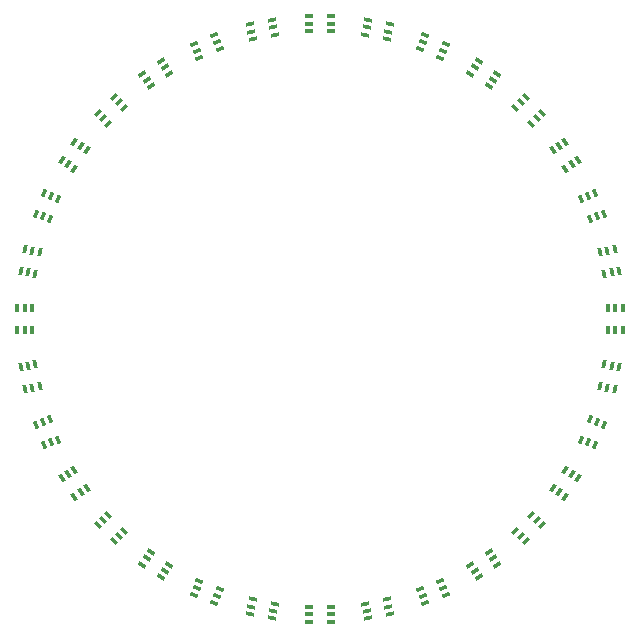
<source format=gbr>
%TF.GenerationSoftware,KiCad,Pcbnew,7.0.1-0*%
%TF.CreationDate,2023-11-10T13:36:56-08:00*%
%TF.ProjectId,ws2816b_ring_revA,77733238-3136-4625-9f72-696e675f7265,A*%
%TF.SameCoordinates,Original*%
%TF.FileFunction,Paste,Top*%
%TF.FilePolarity,Positive*%
%FSLAX46Y46*%
G04 Gerber Fmt 4.6, Leading zero omitted, Abs format (unit mm)*
G04 Created by KiCad (PCBNEW 7.0.1-0) date 2023-11-10 13:36:56*
%MOMM*%
%LPD*%
G01*
G04 APERTURE LIST*
G04 Aperture macros list*
%AMRotRect*
0 Rectangle, with rotation*
0 The origin of the aperture is its center*
0 $1 length*
0 $2 width*
0 $3 Rotation angle, in degrees counterclockwise*
0 Add horizontal line*
21,1,$1,$2,0,0,$3*%
G04 Aperture macros list end*
%ADD10RotRect,0.700000X0.320000X101.250000*%
%ADD11RotRect,0.700000X0.320000X236.250000*%
%ADD12R,0.700000X0.320000*%
%ADD13RotRect,0.700000X0.320000X78.750000*%
%ADD14RotRect,0.700000X0.320000X56.250000*%
%ADD15RotRect,0.700000X0.320000X225.000000*%
%ADD16RotRect,0.700000X0.320000X11.250000*%
%ADD17RotRect,0.700000X0.320000X45.000000*%
%ADD18RotRect,0.700000X0.320000X292.500000*%
%ADD19RotRect,0.700000X0.320000X281.250000*%
%ADD20RotRect,0.700000X0.320000X303.750000*%
%ADD21RotRect,0.700000X0.320000X33.750000*%
%ADD22RotRect,0.700000X0.320000X258.750000*%
%ADD23R,0.320000X0.700000*%
%ADD24RotRect,0.700000X0.320000X22.500000*%
%ADD25RotRect,0.700000X0.320000X337.500000*%
%ADD26RotRect,0.700000X0.320000X146.250000*%
%ADD27RotRect,0.700000X0.320000X326.250000*%
%ADD28RotRect,0.700000X0.320000X315.000000*%
%ADD29RotRect,0.700000X0.320000X168.750000*%
%ADD30RotRect,0.700000X0.320000X67.500000*%
%ADD31RotRect,0.700000X0.320000X135.000000*%
%ADD32RotRect,0.700000X0.320000X112.500000*%
%ADD33RotRect,0.700000X0.320000X247.500000*%
%ADD34RotRect,0.700000X0.320000X348.750000*%
%ADD35RotRect,0.700000X0.320000X157.500000*%
%ADD36RotRect,0.700000X0.320000X202.500000*%
%ADD37RotRect,0.700000X0.320000X123.750000*%
%ADD38RotRect,0.700000X0.320000X213.750000*%
%ADD39RotRect,0.700000X0.320000X191.250000*%
G04 APERTURE END LIST*
D10*
%TO.C,U24*%
X122366833Y-103957007D03*
X122984727Y-103834100D03*
X123602622Y-103711193D03*
X123233901Y-101857509D03*
X122616007Y-101980416D03*
X121998112Y-102103323D03*
%TD*%
D11*
%TO.C,U12*%
X169155580Y-111483525D03*
X168631754Y-111133516D03*
X168107928Y-110783507D03*
X167057900Y-112354985D03*
X167581726Y-112704994D03*
X168105552Y-113055003D03*
%TD*%
D12*
%TO.C,U1*%
X146375000Y-72400000D03*
X146375000Y-73030000D03*
X146375000Y-73660000D03*
X148265000Y-73660000D03*
X148265000Y-73030000D03*
X148265000Y-72400000D03*
%TD*%
D13*
%TO.C,U26*%
X121998112Y-93956676D03*
X122616007Y-94079583D03*
X123233901Y-94202490D03*
X123602622Y-92348806D03*
X122984727Y-92225899D03*
X122366833Y-92102992D03*
%TD*%
D14*
%TO.C,U28*%
X125484419Y-84576474D03*
X126008245Y-84926483D03*
X126532071Y-85276492D03*
X127582099Y-83705014D03*
X127058273Y-83355005D03*
X126534447Y-83004996D03*
%TD*%
D15*
%TO.C,U13*%
X166111362Y-115484930D03*
X165665885Y-115039453D03*
X165220408Y-114593976D03*
X163883976Y-115930408D03*
X164329453Y-116375885D03*
X164774930Y-116821362D03*
%TD*%
D16*
%TO.C,U32*%
X141392992Y-73076833D03*
X141515899Y-73694727D03*
X141638806Y-74312622D03*
X143492490Y-73943901D03*
X143369583Y-73326007D03*
X143246676Y-72708112D03*
%TD*%
D17*
%TO.C,U29*%
X128528637Y-80575069D03*
X128974114Y-81020546D03*
X129419591Y-81466023D03*
X130756023Y-80129591D03*
X130310546Y-79684114D03*
X129865069Y-79238637D03*
%TD*%
D18*
%TO.C,U7*%
X170637396Y-87348757D03*
X170055352Y-87589848D03*
X169473308Y-87830938D03*
X170196580Y-89577071D03*
X170778624Y-89335980D03*
X171360668Y-89094890D03*
%TD*%
D19*
%TO.C,U8*%
X172273166Y-92102992D03*
X171655272Y-92225899D03*
X171037377Y-92348806D03*
X171406098Y-94202490D03*
X172023992Y-94079583D03*
X172641887Y-93956676D03*
%TD*%
D20*
%TO.C,U6*%
X168105552Y-83004996D03*
X167581726Y-83355005D03*
X167057900Y-83705014D03*
X168107928Y-85276492D03*
X168631754Y-84926483D03*
X169155580Y-84576474D03*
%TD*%
D21*
%TO.C,U30*%
X132294996Y-77244447D03*
X132645005Y-77768273D03*
X132995014Y-78292099D03*
X134566492Y-77242071D03*
X134216483Y-76718245D03*
X133866474Y-76194419D03*
%TD*%
D22*
%TO.C,U10*%
X172641887Y-102103323D03*
X172023992Y-101980416D03*
X171406098Y-101857509D03*
X171037377Y-103711193D03*
X171655272Y-103834100D03*
X172273166Y-103957007D03*
%TD*%
D23*
%TO.C,U9*%
X172950000Y-97085000D03*
X172320000Y-97085000D03*
X171690000Y-97085000D03*
X171690000Y-98975000D03*
X172320000Y-98975000D03*
X172950000Y-98975000D03*
%TD*%
D24*
%TO.C,U31*%
X136638757Y-74712603D03*
X136879848Y-75294647D03*
X137120938Y-75876691D03*
X138867071Y-75153419D03*
X138625980Y-74571375D03*
X138384890Y-73989331D03*
%TD*%
D25*
%TO.C,U3*%
X156255109Y-73989331D03*
X156014019Y-74571375D03*
X155772928Y-75153419D03*
X157519061Y-75876691D03*
X157760151Y-75294647D03*
X158001242Y-74712603D03*
%TD*%
D26*
%TO.C,U20*%
X133866474Y-119865580D03*
X134216483Y-119341754D03*
X134566492Y-118817928D03*
X132995014Y-117767900D03*
X132645005Y-118291726D03*
X132294996Y-118815552D03*
%TD*%
D27*
%TO.C,U4*%
X160773525Y-76194419D03*
X160423516Y-76718245D03*
X160073507Y-77242071D03*
X161644985Y-78292099D03*
X161994994Y-77768273D03*
X162345003Y-77244447D03*
%TD*%
D28*
%TO.C,U5*%
X164774930Y-79238637D03*
X164329453Y-79684114D03*
X163883976Y-80129591D03*
X165220408Y-81466023D03*
X165665885Y-81020546D03*
X166111362Y-80575069D03*
%TD*%
D29*
%TO.C,U18*%
X143246676Y-123351887D03*
X143369583Y-122733992D03*
X143492490Y-122116098D03*
X141638806Y-121747377D03*
X141515899Y-122365272D03*
X141392992Y-122983166D03*
%TD*%
D30*
%TO.C,U27*%
X123279331Y-89094890D03*
X123861375Y-89335980D03*
X124443419Y-89577071D03*
X125166691Y-87830938D03*
X124584647Y-87589848D03*
X124002603Y-87348757D03*
%TD*%
D12*
%TO.C,U17*%
X148265000Y-123660000D03*
X148265000Y-123030000D03*
X148265000Y-122400000D03*
X146375000Y-122400000D03*
X146375000Y-123030000D03*
X146375000Y-123660000D03*
%TD*%
D31*
%TO.C,U21*%
X129865069Y-116821362D03*
X130310546Y-116375885D03*
X130756023Y-115930408D03*
X129419591Y-114593976D03*
X128974114Y-115039453D03*
X128528637Y-115484930D03*
%TD*%
D32*
%TO.C,U23*%
X124002603Y-108711242D03*
X124584647Y-108470151D03*
X125166691Y-108229061D03*
X124443419Y-106482928D03*
X123861375Y-106724019D03*
X123279331Y-106965109D03*
%TD*%
D33*
%TO.C,U11*%
X171360668Y-106965109D03*
X170778624Y-106724019D03*
X170196580Y-106482928D03*
X169473308Y-108229061D03*
X170055352Y-108470151D03*
X170637396Y-108711242D03*
%TD*%
D34*
%TO.C,U2*%
X151393323Y-72708112D03*
X151270416Y-73326007D03*
X151147509Y-73943901D03*
X153001193Y-74312622D03*
X153124100Y-73694727D03*
X153247007Y-73076833D03*
%TD*%
D23*
%TO.C,U25*%
X121690000Y-98975000D03*
X122320000Y-98975000D03*
X122950000Y-98975000D03*
X122950000Y-97085000D03*
X122320000Y-97085000D03*
X121690000Y-97085000D03*
%TD*%
D35*
%TO.C,U19*%
X138384890Y-122070668D03*
X138625980Y-121488624D03*
X138867071Y-120906580D03*
X137120938Y-120183308D03*
X136879848Y-120765352D03*
X136638757Y-121347396D03*
%TD*%
D36*
%TO.C,U15*%
X158001242Y-121347396D03*
X157760151Y-120765352D03*
X157519061Y-120183308D03*
X155772928Y-120906580D03*
X156014019Y-121488624D03*
X156255109Y-122070668D03*
%TD*%
D37*
%TO.C,U22*%
X126534447Y-113055003D03*
X127058273Y-112704994D03*
X127582099Y-112354985D03*
X126532071Y-110783507D03*
X126008245Y-111133516D03*
X125484419Y-111483525D03*
%TD*%
D38*
%TO.C,U14*%
X162345003Y-118815552D03*
X161994994Y-118291726D03*
X161644985Y-117767900D03*
X160073507Y-118817928D03*
X160423516Y-119341754D03*
X160773525Y-119865580D03*
%TD*%
D39*
%TO.C,U16*%
X153247007Y-122983166D03*
X153124100Y-122365272D03*
X153001193Y-121747377D03*
X151147509Y-122116098D03*
X151270416Y-122733992D03*
X151393323Y-123351887D03*
%TD*%
M02*

</source>
